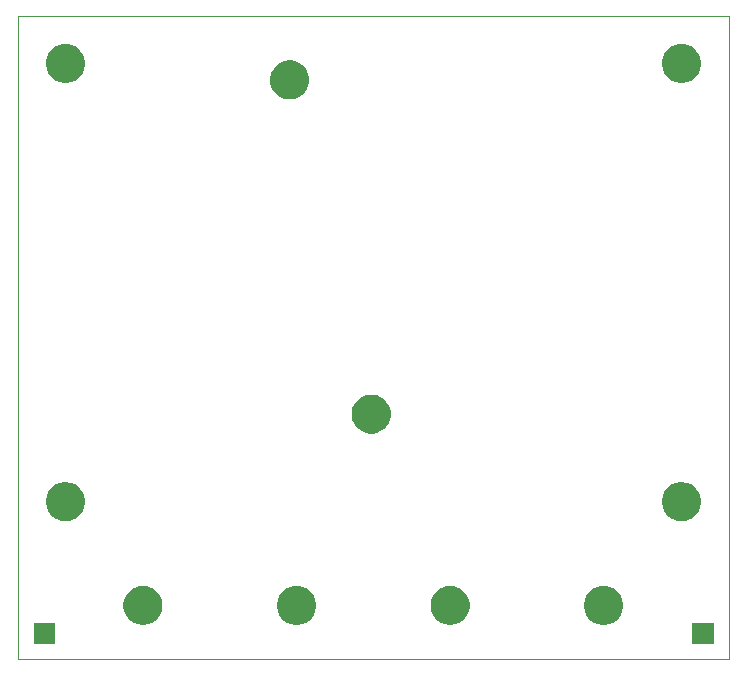
<source format=gbr>
G04 #@! TF.GenerationSoftware,KiCad,Pcbnew,5.1.5+dfsg1-2build2*
G04 #@! TF.CreationDate,2021-09-08T22:35:55-05:00*
G04 #@! TF.ProjectId,ETH_HUB_PLATE_SLIM,4554485f-4855-4425-9f50-4c4154455f53,rev?*
G04 #@! TF.SameCoordinates,Original*
G04 #@! TF.FileFunction,Soldermask,Top*
G04 #@! TF.FilePolarity,Negative*
%FSLAX46Y46*%
G04 Gerber Fmt 4.6, Leading zero omitted, Abs format (unit mm)*
G04 Created by KiCad (PCBNEW 5.1.5+dfsg1-2build2) date 2021-09-08 22:35:55*
%MOMM*%
%LPD*%
G04 APERTURE LIST*
%ADD10C,0.050000*%
%ADD11C,0.100000*%
G04 APERTURE END LIST*
D10*
X100000000Y-154400000D02*
X160150000Y-154400000D01*
X160150000Y-100000000D02*
X160150000Y-154400000D01*
X100000000Y-100000000D02*
X160150000Y-100000000D01*
X100000000Y-100000000D02*
X100000000Y-154400000D01*
D11*
G36*
X103136000Y-153174000D02*
G01*
X101334000Y-153174000D01*
X101334000Y-151372000D01*
X103136000Y-151372000D01*
X103136000Y-153174000D01*
G37*
G36*
X158889000Y-153174000D02*
G01*
X157087000Y-153174000D01*
X157087000Y-151372000D01*
X158889000Y-151372000D01*
X158889000Y-153174000D01*
G37*
G36*
X123950256Y-148291298D02*
G01*
X124056579Y-148312447D01*
X124357042Y-148436903D01*
X124627451Y-148617585D01*
X124857415Y-148847549D01*
X125038097Y-149117958D01*
X125162553Y-149418421D01*
X125226000Y-149737391D01*
X125226000Y-150062609D01*
X125162553Y-150381579D01*
X125038097Y-150682042D01*
X124857415Y-150952451D01*
X124627451Y-151182415D01*
X124357042Y-151363097D01*
X124357041Y-151363098D01*
X124357040Y-151363098D01*
X124269037Y-151399550D01*
X124056579Y-151487553D01*
X123950256Y-151508702D01*
X123737611Y-151551000D01*
X123412389Y-151551000D01*
X123199744Y-151508702D01*
X123093421Y-151487553D01*
X122880963Y-151399550D01*
X122792960Y-151363098D01*
X122792959Y-151363098D01*
X122792958Y-151363097D01*
X122522549Y-151182415D01*
X122292585Y-150952451D01*
X122111903Y-150682042D01*
X121987447Y-150381579D01*
X121924000Y-150062609D01*
X121924000Y-149737391D01*
X121987447Y-149418421D01*
X122111903Y-149117958D01*
X122292585Y-148847549D01*
X122522549Y-148617585D01*
X122792958Y-148436903D01*
X123093421Y-148312447D01*
X123199744Y-148291298D01*
X123412389Y-148249000D01*
X123737611Y-148249000D01*
X123950256Y-148291298D01*
G37*
G36*
X136950256Y-148291298D02*
G01*
X137056579Y-148312447D01*
X137357042Y-148436903D01*
X137627451Y-148617585D01*
X137857415Y-148847549D01*
X138038097Y-149117958D01*
X138162553Y-149418421D01*
X138226000Y-149737391D01*
X138226000Y-150062609D01*
X138162553Y-150381579D01*
X138038097Y-150682042D01*
X137857415Y-150952451D01*
X137627451Y-151182415D01*
X137357042Y-151363097D01*
X137357041Y-151363098D01*
X137357040Y-151363098D01*
X137269037Y-151399550D01*
X137056579Y-151487553D01*
X136950256Y-151508702D01*
X136737611Y-151551000D01*
X136412389Y-151551000D01*
X136199744Y-151508702D01*
X136093421Y-151487553D01*
X135880963Y-151399550D01*
X135792960Y-151363098D01*
X135792959Y-151363098D01*
X135792958Y-151363097D01*
X135522549Y-151182415D01*
X135292585Y-150952451D01*
X135111903Y-150682042D01*
X134987447Y-150381579D01*
X134924000Y-150062609D01*
X134924000Y-149737391D01*
X134987447Y-149418421D01*
X135111903Y-149117958D01*
X135292585Y-148847549D01*
X135522549Y-148617585D01*
X135792958Y-148436903D01*
X136093421Y-148312447D01*
X136199744Y-148291298D01*
X136412389Y-148249000D01*
X136737611Y-148249000D01*
X136950256Y-148291298D01*
G37*
G36*
X149950256Y-148291298D02*
G01*
X150056579Y-148312447D01*
X150357042Y-148436903D01*
X150627451Y-148617585D01*
X150857415Y-148847549D01*
X151038097Y-149117958D01*
X151162553Y-149418421D01*
X151226000Y-149737391D01*
X151226000Y-150062609D01*
X151162553Y-150381579D01*
X151038097Y-150682042D01*
X150857415Y-150952451D01*
X150627451Y-151182415D01*
X150357042Y-151363097D01*
X150357041Y-151363098D01*
X150357040Y-151363098D01*
X150269037Y-151399550D01*
X150056579Y-151487553D01*
X149950256Y-151508702D01*
X149737611Y-151551000D01*
X149412389Y-151551000D01*
X149199744Y-151508702D01*
X149093421Y-151487553D01*
X148880963Y-151399550D01*
X148792960Y-151363098D01*
X148792959Y-151363098D01*
X148792958Y-151363097D01*
X148522549Y-151182415D01*
X148292585Y-150952451D01*
X148111903Y-150682042D01*
X147987447Y-150381579D01*
X147924000Y-150062609D01*
X147924000Y-149737391D01*
X147987447Y-149418421D01*
X148111903Y-149117958D01*
X148292585Y-148847549D01*
X148522549Y-148617585D01*
X148792958Y-148436903D01*
X149093421Y-148312447D01*
X149199744Y-148291298D01*
X149412389Y-148249000D01*
X149737611Y-148249000D01*
X149950256Y-148291298D01*
G37*
G36*
X110950256Y-148291298D02*
G01*
X111056579Y-148312447D01*
X111357042Y-148436903D01*
X111627451Y-148617585D01*
X111857415Y-148847549D01*
X112038097Y-149117958D01*
X112162553Y-149418421D01*
X112226000Y-149737391D01*
X112226000Y-150062609D01*
X112162553Y-150381579D01*
X112038097Y-150682042D01*
X111857415Y-150952451D01*
X111627451Y-151182415D01*
X111357042Y-151363097D01*
X111357041Y-151363098D01*
X111357040Y-151363098D01*
X111269037Y-151399550D01*
X111056579Y-151487553D01*
X110950256Y-151508702D01*
X110737611Y-151551000D01*
X110412389Y-151551000D01*
X110199744Y-151508702D01*
X110093421Y-151487553D01*
X109880963Y-151399550D01*
X109792960Y-151363098D01*
X109792959Y-151363098D01*
X109792958Y-151363097D01*
X109522549Y-151182415D01*
X109292585Y-150952451D01*
X109111903Y-150682042D01*
X108987447Y-150381579D01*
X108924000Y-150062609D01*
X108924000Y-149737391D01*
X108987447Y-149418421D01*
X109111903Y-149117958D01*
X109292585Y-148847549D01*
X109522549Y-148617585D01*
X109792958Y-148436903D01*
X110093421Y-148312447D01*
X110199744Y-148291298D01*
X110412389Y-148249000D01*
X110737611Y-148249000D01*
X110950256Y-148291298D01*
G37*
G36*
X104375256Y-139491298D02*
G01*
X104481579Y-139512447D01*
X104782042Y-139636903D01*
X105052451Y-139817585D01*
X105282415Y-140047549D01*
X105463097Y-140317958D01*
X105587553Y-140618421D01*
X105651000Y-140937391D01*
X105651000Y-141262609D01*
X105587553Y-141581579D01*
X105463097Y-141882042D01*
X105282415Y-142152451D01*
X105052451Y-142382415D01*
X104782042Y-142563097D01*
X104481579Y-142687553D01*
X104375256Y-142708702D01*
X104162611Y-142751000D01*
X103837389Y-142751000D01*
X103624744Y-142708702D01*
X103518421Y-142687553D01*
X103217958Y-142563097D01*
X102947549Y-142382415D01*
X102717585Y-142152451D01*
X102536903Y-141882042D01*
X102412447Y-141581579D01*
X102349000Y-141262609D01*
X102349000Y-140937391D01*
X102412447Y-140618421D01*
X102536903Y-140317958D01*
X102717585Y-140047549D01*
X102947549Y-139817585D01*
X103217958Y-139636903D01*
X103518421Y-139512447D01*
X103624744Y-139491298D01*
X103837389Y-139449000D01*
X104162611Y-139449000D01*
X104375256Y-139491298D01*
G37*
G36*
X156525256Y-139491298D02*
G01*
X156631579Y-139512447D01*
X156932042Y-139636903D01*
X157202451Y-139817585D01*
X157432415Y-140047549D01*
X157613097Y-140317958D01*
X157737553Y-140618421D01*
X157801000Y-140937391D01*
X157801000Y-141262609D01*
X157737553Y-141581579D01*
X157613097Y-141882042D01*
X157432415Y-142152451D01*
X157202451Y-142382415D01*
X156932042Y-142563097D01*
X156631579Y-142687553D01*
X156525256Y-142708702D01*
X156312611Y-142751000D01*
X155987389Y-142751000D01*
X155774744Y-142708702D01*
X155668421Y-142687553D01*
X155367958Y-142563097D01*
X155097549Y-142382415D01*
X154867585Y-142152451D01*
X154686903Y-141882042D01*
X154562447Y-141581579D01*
X154499000Y-141262609D01*
X154499000Y-140937391D01*
X154562447Y-140618421D01*
X154686903Y-140317958D01*
X154867585Y-140047549D01*
X155097549Y-139817585D01*
X155367958Y-139636903D01*
X155668421Y-139512447D01*
X155774744Y-139491298D01*
X155987389Y-139449000D01*
X156312611Y-139449000D01*
X156525256Y-139491298D01*
G37*
G36*
X130275256Y-132091298D02*
G01*
X130381579Y-132112447D01*
X130682042Y-132236903D01*
X130952451Y-132417585D01*
X131182415Y-132647549D01*
X131363097Y-132917958D01*
X131487553Y-133218421D01*
X131551000Y-133537391D01*
X131551000Y-133862609D01*
X131487553Y-134181579D01*
X131363097Y-134482042D01*
X131182415Y-134752451D01*
X130952451Y-134982415D01*
X130682042Y-135163097D01*
X130381579Y-135287553D01*
X130275256Y-135308702D01*
X130062611Y-135351000D01*
X129737389Y-135351000D01*
X129524744Y-135308702D01*
X129418421Y-135287553D01*
X129117958Y-135163097D01*
X128847549Y-134982415D01*
X128617585Y-134752451D01*
X128436903Y-134482042D01*
X128312447Y-134181579D01*
X128249000Y-133862609D01*
X128249000Y-133537391D01*
X128312447Y-133218421D01*
X128436903Y-132917958D01*
X128617585Y-132647549D01*
X128847549Y-132417585D01*
X129117958Y-132236903D01*
X129418421Y-132112447D01*
X129524744Y-132091298D01*
X129737389Y-132049000D01*
X130062611Y-132049000D01*
X130275256Y-132091298D01*
G37*
G36*
X123375256Y-103791298D02*
G01*
X123481579Y-103812447D01*
X123782042Y-103936903D01*
X124052451Y-104117585D01*
X124282415Y-104347549D01*
X124371971Y-104481579D01*
X124463098Y-104617960D01*
X124587553Y-104918422D01*
X124651000Y-105237389D01*
X124651000Y-105562611D01*
X124633418Y-105651000D01*
X124587553Y-105881579D01*
X124463097Y-106182042D01*
X124282415Y-106452451D01*
X124052451Y-106682415D01*
X123782042Y-106863097D01*
X123481579Y-106987553D01*
X123375256Y-107008702D01*
X123162611Y-107051000D01*
X122837389Y-107051000D01*
X122624744Y-107008702D01*
X122518421Y-106987553D01*
X122217958Y-106863097D01*
X121947549Y-106682415D01*
X121717585Y-106452451D01*
X121536903Y-106182042D01*
X121412447Y-105881579D01*
X121366582Y-105651000D01*
X121349000Y-105562611D01*
X121349000Y-105237389D01*
X121412447Y-104918422D01*
X121536902Y-104617960D01*
X121628029Y-104481579D01*
X121717585Y-104347549D01*
X121947549Y-104117585D01*
X122217958Y-103936903D01*
X122518421Y-103812447D01*
X122624744Y-103791298D01*
X122837389Y-103749000D01*
X123162611Y-103749000D01*
X123375256Y-103791298D01*
G37*
G36*
X156525256Y-102391298D02*
G01*
X156631579Y-102412447D01*
X156932042Y-102536903D01*
X157202451Y-102717585D01*
X157432415Y-102947549D01*
X157432416Y-102947551D01*
X157613098Y-103217960D01*
X157737553Y-103518422D01*
X157796039Y-103812447D01*
X157801000Y-103837391D01*
X157801000Y-104162609D01*
X157737553Y-104481579D01*
X157613097Y-104782042D01*
X157432415Y-105052451D01*
X157202451Y-105282415D01*
X156932042Y-105463097D01*
X156631579Y-105587553D01*
X156525256Y-105608702D01*
X156312611Y-105651000D01*
X155987389Y-105651000D01*
X155774744Y-105608702D01*
X155668421Y-105587553D01*
X155367958Y-105463097D01*
X155097549Y-105282415D01*
X154867585Y-105052451D01*
X154686903Y-104782042D01*
X154562447Y-104481579D01*
X154499000Y-104162609D01*
X154499000Y-103837391D01*
X154503962Y-103812447D01*
X154562447Y-103518422D01*
X154686902Y-103217960D01*
X154867584Y-102947551D01*
X154867585Y-102947549D01*
X155097549Y-102717585D01*
X155367958Y-102536903D01*
X155668421Y-102412447D01*
X155774744Y-102391298D01*
X155987389Y-102349000D01*
X156312611Y-102349000D01*
X156525256Y-102391298D01*
G37*
G36*
X104375256Y-102391298D02*
G01*
X104481579Y-102412447D01*
X104782042Y-102536903D01*
X105052451Y-102717585D01*
X105282415Y-102947549D01*
X105282416Y-102947551D01*
X105463098Y-103217960D01*
X105587553Y-103518422D01*
X105646039Y-103812447D01*
X105651000Y-103837391D01*
X105651000Y-104162609D01*
X105587553Y-104481579D01*
X105463097Y-104782042D01*
X105282415Y-105052451D01*
X105052451Y-105282415D01*
X104782042Y-105463097D01*
X104481579Y-105587553D01*
X104375256Y-105608702D01*
X104162611Y-105651000D01*
X103837389Y-105651000D01*
X103624744Y-105608702D01*
X103518421Y-105587553D01*
X103217958Y-105463097D01*
X102947549Y-105282415D01*
X102717585Y-105052451D01*
X102536903Y-104782042D01*
X102412447Y-104481579D01*
X102349000Y-104162609D01*
X102349000Y-103837391D01*
X102353962Y-103812447D01*
X102412447Y-103518422D01*
X102536902Y-103217960D01*
X102717584Y-102947551D01*
X102717585Y-102947549D01*
X102947549Y-102717585D01*
X103217958Y-102536903D01*
X103518421Y-102412447D01*
X103624744Y-102391298D01*
X103837389Y-102349000D01*
X104162611Y-102349000D01*
X104375256Y-102391298D01*
G37*
M02*

</source>
